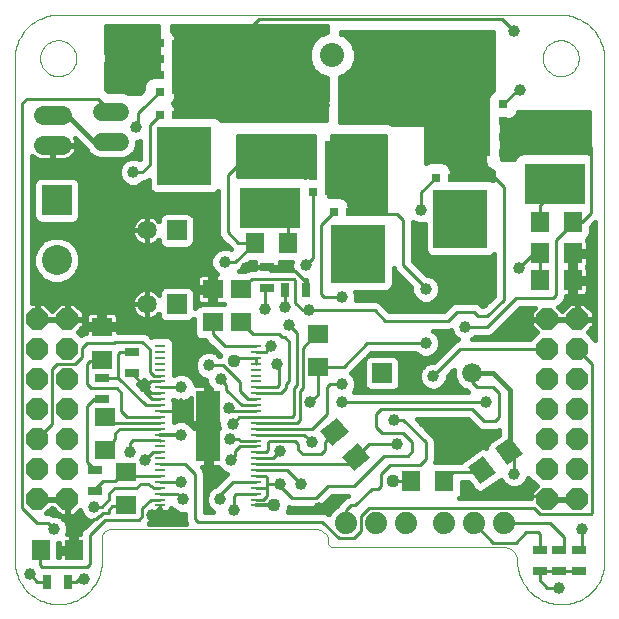
<source format=gtl>
G75*
G70*
%OFA0B0*%
%FSLAX24Y24*%
%IPPOS*%
%LPD*%
%AMOC8*
5,1,8,0,0,1.08239X$1,22.5*
%
%ADD10C,0.0000*%
%ADD11C,0.0600*%
%ADD12R,0.1000X0.1000*%
%ADD13C,0.1000*%
%ADD14R,0.0315X0.0472*%
%ADD15R,0.0709X0.0630*%
%ADD16R,0.0630X0.0709*%
%ADD17R,0.0472X0.0315*%
%ADD18C,0.0660*%
%ADD19R,0.0650X0.0650*%
%ADD20OC8,0.0740*%
%ADD21C,0.0634*%
%ADD22R,0.0354X0.0098*%
%ADD23R,0.0800X0.2362*%
%ADD24R,0.0555X0.0555*%
%ADD25R,0.1797X0.1969*%
%ADD26R,0.0276X0.0315*%
%ADD27C,0.0437*%
%ADD28R,0.1969X0.1797*%
%ADD29R,0.0315X0.0276*%
%ADD30C,0.0650*%
%ADD31R,0.2000X0.1380*%
%ADD32C,0.0555*%
%ADD33C,0.0740*%
%ADD34R,0.0800X0.0800*%
%ADD35C,0.0800*%
%ADD36C,0.0160*%
%ADD37C,0.0100*%
%ADD38C,0.0397*%
%ADD39C,0.0120*%
%ADD40C,0.0436*%
D10*
X002494Y001950D02*
X002494Y018700D01*
X003344Y018700D02*
X003346Y018749D01*
X003352Y018797D01*
X003362Y018845D01*
X003376Y018892D01*
X003393Y018938D01*
X003414Y018982D01*
X003439Y019024D01*
X003467Y019064D01*
X003499Y019102D01*
X003533Y019137D01*
X003570Y019169D01*
X003609Y019198D01*
X003651Y019224D01*
X003695Y019246D01*
X003740Y019264D01*
X003787Y019279D01*
X003834Y019290D01*
X003883Y019297D01*
X003932Y019300D01*
X003981Y019299D01*
X004029Y019294D01*
X004078Y019285D01*
X004125Y019272D01*
X004171Y019255D01*
X004215Y019235D01*
X004258Y019211D01*
X004299Y019184D01*
X004337Y019153D01*
X004373Y019120D01*
X004405Y019084D01*
X004435Y019045D01*
X004462Y019004D01*
X004485Y018960D01*
X004504Y018915D01*
X004520Y018869D01*
X004532Y018822D01*
X004540Y018773D01*
X004544Y018724D01*
X004544Y018676D01*
X004540Y018627D01*
X004532Y018578D01*
X004520Y018531D01*
X004504Y018485D01*
X004485Y018440D01*
X004462Y018396D01*
X004435Y018355D01*
X004405Y018316D01*
X004373Y018280D01*
X004337Y018247D01*
X004299Y018216D01*
X004258Y018189D01*
X004215Y018165D01*
X004171Y018145D01*
X004125Y018128D01*
X004078Y018115D01*
X004029Y018106D01*
X003981Y018101D01*
X003932Y018100D01*
X003883Y018103D01*
X003834Y018110D01*
X003787Y018121D01*
X003740Y018136D01*
X003695Y018154D01*
X003651Y018176D01*
X003609Y018202D01*
X003570Y018231D01*
X003533Y018263D01*
X003499Y018298D01*
X003467Y018336D01*
X003439Y018376D01*
X003414Y018418D01*
X003393Y018462D01*
X003376Y018508D01*
X003362Y018555D01*
X003352Y018603D01*
X003346Y018651D01*
X003344Y018700D01*
X002494Y018700D02*
X002496Y018776D01*
X002502Y018852D01*
X002512Y018927D01*
X002526Y019001D01*
X002543Y019075D01*
X002565Y019148D01*
X002590Y019220D01*
X002619Y019290D01*
X002652Y019358D01*
X002688Y019425D01*
X002728Y019490D01*
X002771Y019552D01*
X002817Y019613D01*
X002866Y019670D01*
X002919Y019725D01*
X002974Y019778D01*
X003031Y019827D01*
X003092Y019873D01*
X003154Y019916D01*
X003219Y019956D01*
X003286Y019992D01*
X003354Y020025D01*
X003424Y020054D01*
X003496Y020079D01*
X003569Y020101D01*
X003643Y020118D01*
X003717Y020132D01*
X003792Y020142D01*
X003868Y020148D01*
X003944Y020150D01*
X020694Y020150D01*
X020094Y018700D02*
X020096Y018749D01*
X020102Y018797D01*
X020112Y018845D01*
X020126Y018892D01*
X020143Y018938D01*
X020164Y018982D01*
X020189Y019024D01*
X020217Y019064D01*
X020249Y019102D01*
X020283Y019137D01*
X020320Y019169D01*
X020359Y019198D01*
X020401Y019224D01*
X020445Y019246D01*
X020490Y019264D01*
X020537Y019279D01*
X020584Y019290D01*
X020633Y019297D01*
X020682Y019300D01*
X020731Y019299D01*
X020779Y019294D01*
X020828Y019285D01*
X020875Y019272D01*
X020921Y019255D01*
X020965Y019235D01*
X021008Y019211D01*
X021049Y019184D01*
X021087Y019153D01*
X021123Y019120D01*
X021155Y019084D01*
X021185Y019045D01*
X021212Y019004D01*
X021235Y018960D01*
X021254Y018915D01*
X021270Y018869D01*
X021282Y018822D01*
X021290Y018773D01*
X021294Y018724D01*
X021294Y018676D01*
X021290Y018627D01*
X021282Y018578D01*
X021270Y018531D01*
X021254Y018485D01*
X021235Y018440D01*
X021212Y018396D01*
X021185Y018355D01*
X021155Y018316D01*
X021123Y018280D01*
X021087Y018247D01*
X021049Y018216D01*
X021008Y018189D01*
X020965Y018165D01*
X020921Y018145D01*
X020875Y018128D01*
X020828Y018115D01*
X020779Y018106D01*
X020731Y018101D01*
X020682Y018100D01*
X020633Y018103D01*
X020584Y018110D01*
X020537Y018121D01*
X020490Y018136D01*
X020445Y018154D01*
X020401Y018176D01*
X020359Y018202D01*
X020320Y018231D01*
X020283Y018263D01*
X020249Y018298D01*
X020217Y018336D01*
X020189Y018376D01*
X020164Y018418D01*
X020143Y018462D01*
X020126Y018508D01*
X020112Y018555D01*
X020102Y018603D01*
X020096Y018651D01*
X020094Y018700D01*
X020694Y020150D02*
X020770Y020148D01*
X020846Y020142D01*
X020921Y020132D01*
X020995Y020118D01*
X021069Y020101D01*
X021142Y020079D01*
X021214Y020054D01*
X021284Y020025D01*
X021352Y019992D01*
X021419Y019956D01*
X021484Y019916D01*
X021546Y019873D01*
X021607Y019827D01*
X021664Y019778D01*
X021719Y019725D01*
X021772Y019670D01*
X021821Y019613D01*
X021867Y019552D01*
X021910Y019490D01*
X021950Y019425D01*
X021986Y019358D01*
X022019Y019290D01*
X022048Y019220D01*
X022073Y019148D01*
X022095Y019075D01*
X022112Y019001D01*
X022126Y018927D01*
X022136Y018852D01*
X022142Y018776D01*
X022144Y018700D01*
X022144Y001900D01*
X022142Y001827D01*
X022136Y001754D01*
X022127Y001681D01*
X022113Y001609D01*
X022096Y001538D01*
X022075Y001467D01*
X022051Y001398D01*
X022023Y001331D01*
X021991Y001264D01*
X021956Y001200D01*
X021918Y001138D01*
X021877Y001077D01*
X021832Y001019D01*
X021784Y000963D01*
X021734Y000910D01*
X021681Y000860D01*
X021625Y000812D01*
X021567Y000767D01*
X021506Y000726D01*
X021444Y000688D01*
X021380Y000653D01*
X021313Y000621D01*
X021246Y000593D01*
X021177Y000569D01*
X021106Y000548D01*
X021035Y000531D01*
X020963Y000517D01*
X020890Y000508D01*
X020817Y000502D01*
X020744Y000500D01*
X020694Y000500D01*
X020618Y000502D01*
X020542Y000508D01*
X020467Y000518D01*
X020393Y000532D01*
X020319Y000549D01*
X020246Y000571D01*
X020174Y000596D01*
X020104Y000625D01*
X020036Y000658D01*
X019969Y000694D01*
X019904Y000734D01*
X019842Y000777D01*
X019781Y000823D01*
X019724Y000872D01*
X019669Y000925D01*
X019616Y000980D01*
X019567Y001037D01*
X019521Y001098D01*
X019478Y001160D01*
X019438Y001225D01*
X019402Y001292D01*
X019369Y001360D01*
X019340Y001430D01*
X019315Y001502D01*
X019293Y001575D01*
X019276Y001649D01*
X019262Y001723D01*
X019252Y001798D01*
X019246Y001874D01*
X019244Y001950D01*
X019242Y001992D01*
X019236Y002033D01*
X019227Y002073D01*
X019214Y002113D01*
X019197Y002151D01*
X019177Y002187D01*
X019153Y002221D01*
X019127Y002253D01*
X019097Y002283D01*
X019065Y002309D01*
X019031Y002333D01*
X018995Y002353D01*
X018957Y002370D01*
X018917Y002383D01*
X018877Y002392D01*
X018836Y002398D01*
X018794Y002400D01*
X013094Y002400D01*
X013071Y002402D01*
X013048Y002407D01*
X013026Y002416D01*
X013006Y002429D01*
X012988Y002444D01*
X012973Y002462D01*
X012960Y002482D01*
X012951Y002504D01*
X012946Y002527D01*
X012944Y002550D01*
X012944Y002650D01*
X012936Y002689D01*
X012923Y002727D01*
X012908Y002764D01*
X012889Y002799D01*
X012866Y002832D01*
X012841Y002863D01*
X012813Y002891D01*
X012783Y002917D01*
X012750Y002940D01*
X012715Y002960D01*
X012679Y002976D01*
X012641Y002989D01*
X012603Y002999D01*
X012563Y003005D01*
X012523Y003007D01*
X012483Y003006D01*
X012444Y003000D01*
X005694Y003000D01*
X005660Y002998D01*
X005627Y002992D01*
X005595Y002983D01*
X005564Y002970D01*
X005534Y002954D01*
X005507Y002935D01*
X005482Y002912D01*
X005459Y002887D01*
X005440Y002860D01*
X005424Y002830D01*
X005411Y002799D01*
X005402Y002767D01*
X005396Y002734D01*
X005394Y002700D01*
X005394Y001940D01*
X005392Y001865D01*
X005386Y001789D01*
X005376Y001715D01*
X005363Y001641D01*
X005345Y001567D01*
X005324Y001495D01*
X005298Y001424D01*
X005270Y001354D01*
X005237Y001286D01*
X005201Y001220D01*
X005162Y001156D01*
X005119Y001094D01*
X005073Y001034D01*
X005024Y000976D01*
X004972Y000922D01*
X004918Y000870D01*
X004860Y000821D01*
X004800Y000775D01*
X004738Y000732D01*
X004674Y000693D01*
X004608Y000657D01*
X004540Y000624D01*
X004470Y000596D01*
X004399Y000570D01*
X004327Y000549D01*
X004253Y000531D01*
X004179Y000518D01*
X004105Y000508D01*
X004029Y000502D01*
X003954Y000500D01*
X003944Y000500D01*
X003868Y000502D01*
X003792Y000508D01*
X003717Y000518D01*
X003643Y000532D01*
X003569Y000549D01*
X003496Y000571D01*
X003424Y000596D01*
X003354Y000625D01*
X003286Y000658D01*
X003219Y000694D01*
X003154Y000734D01*
X003092Y000777D01*
X003031Y000823D01*
X002974Y000872D01*
X002919Y000925D01*
X002866Y000980D01*
X002817Y001037D01*
X002771Y001098D01*
X002728Y001160D01*
X002688Y001225D01*
X002652Y001292D01*
X002619Y001360D01*
X002590Y001430D01*
X002565Y001502D01*
X002543Y001575D01*
X002526Y001649D01*
X002512Y001723D01*
X002502Y001798D01*
X002496Y001874D01*
X002494Y001950D01*
D11*
X005404Y015920D02*
X006004Y015920D01*
X006004Y016920D02*
X005404Y016920D01*
D12*
X003894Y013970D03*
D13*
X003894Y011970D03*
D14*
X011510Y010980D03*
X012219Y010980D03*
X004272Y001255D03*
X003563Y001255D03*
D15*
X006194Y003799D03*
X006194Y004901D03*
X005494Y005649D03*
X005494Y006751D03*
X005394Y008649D03*
X005394Y009751D03*
X009094Y009899D03*
X010034Y009899D03*
X010034Y011001D03*
X009094Y011001D03*
X012605Y009513D03*
X012605Y008411D03*
D16*
G36*
X013085Y005781D02*
X012680Y006262D01*
X013221Y006717D01*
X013626Y006236D01*
X013085Y005781D01*
G37*
G36*
X013794Y004936D02*
X013389Y005417D01*
X013930Y005872D01*
X014335Y005391D01*
X013794Y004936D01*
G37*
X015715Y004595D03*
X016817Y004595D03*
G36*
X018520Y004870D02*
X018005Y004509D01*
X017598Y005088D01*
X018113Y005449D01*
X018520Y004870D01*
G37*
G36*
X019423Y005503D02*
X018908Y005142D01*
X018501Y005721D01*
X019016Y006082D01*
X019423Y005503D01*
G37*
X019993Y011300D03*
X019993Y012200D03*
X019993Y013250D03*
X021095Y013250D03*
X021095Y012200D03*
X021095Y011300D03*
X011595Y012550D03*
X010493Y012550D03*
X004455Y002300D03*
X003353Y002300D03*
D17*
X005184Y004266D03*
X005184Y004974D03*
X005394Y007346D03*
X005394Y008054D03*
X006394Y008196D03*
X006394Y008904D03*
X010914Y011026D03*
X010914Y011734D03*
X019994Y002304D03*
X020644Y002304D03*
X021294Y002304D03*
X021294Y001596D03*
X020644Y001596D03*
X019994Y001596D03*
D18*
X017744Y008200D03*
D19*
X014744Y008200D03*
X007894Y010500D03*
X007894Y012961D03*
D20*
X004244Y010000D03*
X003244Y010000D03*
X003244Y009000D03*
X003244Y008000D03*
X003244Y007000D03*
X003244Y006000D03*
X003244Y005000D03*
X003244Y004000D03*
X004244Y004000D03*
X004244Y005000D03*
X004244Y006000D03*
X004244Y007000D03*
X004244Y008000D03*
X004244Y009000D03*
X020244Y009000D03*
X020244Y008000D03*
X020244Y007000D03*
X020244Y006000D03*
X020244Y005000D03*
X020244Y004000D03*
X021244Y004000D03*
X021244Y005000D03*
X021244Y006000D03*
X021244Y007000D03*
X021244Y008000D03*
X021244Y009000D03*
X021244Y010000D03*
X020244Y010000D03*
D21*
X004061Y015800D02*
X003427Y015800D01*
X003427Y016800D02*
X004061Y016800D01*
D22*
X007350Y009107D03*
X007350Y008911D03*
X007350Y008714D03*
X007350Y008517D03*
X007350Y008320D03*
X007350Y008123D03*
X007350Y007926D03*
X007350Y007730D03*
X007350Y007533D03*
X007350Y007336D03*
X007350Y007139D03*
X007350Y006942D03*
X007350Y006745D03*
X007350Y006548D03*
X007350Y006352D03*
X007350Y006155D03*
X007350Y005958D03*
X007350Y005761D03*
X007350Y005564D03*
X007350Y005367D03*
X007350Y005170D03*
X007350Y004974D03*
X007350Y004777D03*
X007350Y004580D03*
X007350Y004383D03*
X007350Y004186D03*
X007350Y003989D03*
X007350Y003793D03*
X010539Y003793D03*
X010539Y003989D03*
X010539Y004186D03*
X010539Y004383D03*
X010539Y004580D03*
X010539Y004777D03*
X010539Y004974D03*
X010539Y005170D03*
X010539Y005367D03*
X010539Y005564D03*
X010539Y005761D03*
X010539Y005958D03*
X010539Y006155D03*
X010539Y006352D03*
X010539Y006548D03*
X010539Y006745D03*
X010539Y006942D03*
X010539Y007139D03*
X010539Y007336D03*
X010539Y007533D03*
X010539Y007730D03*
X010539Y007926D03*
X010539Y008123D03*
X010539Y008320D03*
X010539Y008517D03*
X010539Y008714D03*
X010539Y008911D03*
X010539Y009107D03*
D23*
X008944Y006450D03*
D24*
X008944Y006450D03*
X008944Y005700D03*
X008944Y007200D03*
D25*
X013944Y012176D03*
X017344Y013326D03*
X008144Y015426D03*
D26*
X007875Y016822D03*
X008414Y016822D03*
X008953Y016822D03*
X007335Y016822D03*
X013135Y013572D03*
X013675Y013572D03*
X014214Y013572D03*
X014753Y013572D03*
X016535Y014722D03*
X017075Y014722D03*
X017614Y014722D03*
X018153Y014722D03*
D27*
X017956Y014031D03*
X017344Y014031D03*
X016733Y014031D03*
X016733Y013359D03*
X017344Y013359D03*
X017344Y012686D03*
X016733Y012686D03*
X017956Y012686D03*
X017956Y013359D03*
X018075Y015738D03*
X018075Y016350D03*
X018075Y016962D03*
X017403Y016962D03*
X016731Y016962D03*
X016731Y016350D03*
X016731Y015738D03*
X017403Y015738D03*
X017403Y016350D03*
X014458Y015662D03*
X013786Y015662D03*
X013786Y015050D03*
X013786Y014438D03*
X014458Y014438D03*
X014458Y015050D03*
X013113Y015050D03*
X013113Y014438D03*
X013113Y015662D03*
X013333Y012881D03*
X013944Y012881D03*
X014556Y012881D03*
X014556Y012209D03*
X013944Y012209D03*
X013333Y012209D03*
X013333Y011536D03*
X013944Y011536D03*
X014556Y011536D03*
X008756Y014786D03*
X008144Y014786D03*
X007533Y014786D03*
X007533Y015459D03*
X007533Y016131D03*
X008144Y016131D03*
X008756Y016131D03*
X008756Y015459D03*
X008144Y015459D03*
X008013Y017788D03*
X008013Y018400D03*
X008013Y019012D03*
X008686Y019012D03*
X008686Y018400D03*
X008686Y017788D03*
X009358Y017788D03*
X009358Y018400D03*
X009358Y019012D03*
D28*
X008718Y018400D03*
X013818Y015050D03*
X017371Y016350D03*
D29*
X018766Y016080D03*
X018766Y015541D03*
X018766Y016620D03*
X018766Y017159D03*
X012422Y015859D03*
X012422Y015320D03*
X012422Y014780D03*
X012422Y014241D03*
X007322Y017591D03*
X007322Y018130D03*
X007322Y018670D03*
X007322Y019209D03*
D30*
X006894Y012961D03*
X006894Y010500D03*
D31*
X010994Y013710D03*
X010994Y015340D03*
X020494Y016140D03*
X020494Y014510D03*
D32*
X020494Y014200D03*
X021124Y014190D03*
X021124Y014850D03*
X020494Y014850D03*
X019844Y014850D03*
X019844Y014200D03*
X019844Y015750D03*
X019844Y016400D03*
X020494Y016400D03*
X020494Y015750D03*
X021144Y015750D03*
X021144Y016400D03*
X011644Y015600D03*
X011644Y014950D03*
X010994Y014950D03*
X010344Y014950D03*
X010344Y015600D03*
X010994Y015600D03*
X010994Y014050D03*
X010344Y014050D03*
X010344Y013400D03*
X010994Y013400D03*
X011624Y013390D03*
X011624Y014050D03*
D33*
X013544Y003200D03*
X014544Y003200D03*
X015544Y003200D03*
X016794Y003200D03*
X017794Y003200D03*
X018794Y003200D03*
D34*
X015044Y018800D03*
D35*
X013076Y018800D03*
X011107Y018800D03*
D36*
X012296Y018728D02*
X007860Y018728D01*
X007860Y018883D02*
X007836Y018939D01*
X007860Y018996D01*
X007860Y019422D01*
X007802Y019562D01*
X007743Y019621D01*
X007744Y019770D01*
X012894Y019770D01*
X012893Y019569D01*
X012634Y019461D01*
X012415Y019242D01*
X012296Y018955D01*
X012296Y018645D01*
X012415Y018358D01*
X012634Y018139D01*
X012889Y018033D01*
X012884Y016630D01*
X009361Y016630D01*
X009258Y016733D01*
X009119Y016791D01*
X007853Y016791D01*
X007853Y017055D01*
X007795Y017195D01*
X007777Y017213D01*
X007802Y017238D01*
X007860Y017378D01*
X007860Y017804D01*
X007836Y017861D01*
X007860Y017917D01*
X007860Y018344D01*
X007836Y018400D01*
X007860Y018456D01*
X007860Y018883D01*
X007859Y018886D02*
X012296Y018886D01*
X012333Y019045D02*
X007860Y019045D01*
X007860Y019203D02*
X012398Y019203D01*
X012534Y019362D02*
X007860Y019362D01*
X007819Y019520D02*
X012776Y019520D01*
X012893Y019679D02*
X007743Y019679D01*
X007283Y019679D02*
X005544Y019679D01*
X005544Y019770D02*
X005544Y018932D01*
X005579Y018700D01*
X005544Y018468D01*
X005544Y017688D01*
X005632Y017600D01*
X006140Y017600D01*
X006260Y017550D01*
X006673Y017550D01*
X006785Y017662D01*
X006785Y017804D01*
X006843Y017944D01*
X006950Y018051D01*
X007089Y018109D01*
X007279Y018109D01*
X007284Y019770D01*
X005544Y019770D01*
X005544Y019520D02*
X007283Y019520D01*
X007283Y019362D02*
X005544Y019362D01*
X005544Y019203D02*
X007282Y019203D01*
X007282Y019045D02*
X005544Y019045D01*
X005551Y018886D02*
X007281Y018886D01*
X007281Y018728D02*
X005575Y018728D01*
X005560Y018569D02*
X007280Y018569D01*
X007280Y018411D02*
X005544Y018411D01*
X005544Y018252D02*
X007279Y018252D01*
X007052Y018094D02*
X005544Y018094D01*
X005544Y017935D02*
X006839Y017935D01*
X006785Y017777D02*
X005544Y017777D01*
X005614Y017618D02*
X006741Y017618D01*
X007860Y017618D02*
X012887Y017618D01*
X012887Y017460D02*
X007860Y017460D01*
X007828Y017301D02*
X012886Y017301D01*
X012886Y017143D02*
X007817Y017143D01*
X007853Y016984D02*
X012885Y016984D01*
X012885Y016826D02*
X007853Y016826D01*
X007860Y017777D02*
X012888Y017777D01*
X012888Y017935D02*
X007860Y017935D01*
X007860Y018094D02*
X012743Y018094D01*
X012521Y018252D02*
X007860Y018252D01*
X007841Y018411D02*
X012393Y018411D01*
X012327Y018569D02*
X007860Y018569D01*
X009324Y016667D02*
X012884Y016667D01*
X013344Y016667D02*
X018134Y016667D01*
X018134Y016509D02*
X015060Y016509D01*
X015081Y016500D02*
X014936Y016560D01*
X013344Y016560D01*
X013344Y016629D01*
X013349Y018069D01*
X013518Y018139D01*
X013737Y018358D01*
X013856Y018645D01*
X013856Y018955D01*
X013737Y019242D01*
X013518Y019461D01*
X013353Y019529D01*
X013353Y019570D01*
X018444Y019570D01*
X018444Y017640D01*
X018394Y017619D01*
X018287Y017512D01*
X018229Y017372D01*
X018229Y017185D01*
X018204Y017161D01*
X018134Y016991D01*
X018134Y015258D01*
X018204Y015089D01*
X018334Y014960D01*
X018444Y014914D01*
X018444Y014639D01*
X018319Y014691D01*
X017053Y014691D01*
X017053Y014955D01*
X016995Y015095D01*
X016888Y015202D01*
X016749Y015260D01*
X016322Y015260D01*
X016194Y015207D01*
X016194Y016500D01*
X015081Y016500D01*
X014844Y016100D02*
X013055Y016100D01*
X013149Y014605D01*
X013154Y014591D01*
X013154Y014514D01*
X013159Y014437D01*
X013154Y014423D01*
X013154Y014408D01*
X013125Y014337D01*
X013100Y014264D01*
X013090Y014253D01*
X013084Y014239D01*
X013030Y014185D01*
X012979Y014127D01*
X012965Y014121D01*
X012960Y014115D01*
X012960Y014110D01*
X013349Y014110D01*
X013488Y014052D01*
X013595Y013945D01*
X013653Y013805D01*
X013653Y013541D01*
X014844Y013541D01*
X014844Y016100D01*
X014844Y016033D02*
X013059Y016033D01*
X013069Y015875D02*
X014844Y015875D01*
X014844Y015716D02*
X013079Y015716D01*
X013089Y015558D02*
X014844Y015558D01*
X014844Y015399D02*
X013099Y015399D01*
X013109Y015241D02*
X014844Y015241D01*
X014844Y015082D02*
X013119Y015082D01*
X013129Y014924D02*
X014844Y014924D01*
X014844Y014765D02*
X013139Y014765D01*
X013149Y014607D02*
X014844Y014607D01*
X014844Y014448D02*
X013158Y014448D01*
X013108Y014290D02*
X014844Y014290D01*
X014844Y014131D02*
X012982Y014131D01*
X013567Y013973D02*
X014844Y013973D01*
X014844Y013814D02*
X013649Y013814D01*
X013653Y013656D02*
X014844Y013656D01*
X015774Y013244D02*
X015949Y013172D01*
X016139Y013172D01*
X016166Y013182D01*
X016166Y012286D01*
X016208Y012184D01*
X016287Y012105D01*
X016390Y012062D01*
X018299Y012062D01*
X018402Y012105D01*
X018464Y012168D01*
X018464Y010787D01*
X018108Y010430D01*
X018081Y010430D01*
X017981Y010530D01*
X017860Y010580D01*
X017179Y010580D01*
X017057Y010530D01*
X016965Y010437D01*
X016808Y010280D01*
X014981Y010280D01*
X014681Y010580D01*
X014560Y010630D01*
X013862Y010630D01*
X013873Y010655D01*
X013873Y010845D01*
X013845Y010912D01*
X014899Y010912D01*
X015002Y010955D01*
X015080Y011034D01*
X015123Y011136D01*
X015123Y011714D01*
X015165Y011613D01*
X015257Y011520D01*
X015716Y011062D01*
X015716Y010905D01*
X015789Y010729D01*
X015923Y010594D01*
X016099Y010522D01*
X016289Y010522D01*
X016465Y010594D01*
X016600Y010729D01*
X016673Y010905D01*
X016673Y011095D01*
X016600Y011271D01*
X016465Y011406D01*
X016289Y011478D01*
X016233Y011478D01*
X015774Y011937D01*
X015774Y013244D01*
X015774Y013180D02*
X015929Y013180D01*
X015774Y013022D02*
X016166Y013022D01*
X016160Y013180D02*
X016166Y013180D01*
X016166Y012863D02*
X015774Y012863D01*
X015774Y012705D02*
X016166Y012705D01*
X016166Y012546D02*
X015774Y012546D01*
X015774Y012388D02*
X016166Y012388D01*
X016189Y012229D02*
X015774Y012229D01*
X015774Y012071D02*
X016370Y012071D01*
X015957Y011754D02*
X018464Y011754D01*
X018464Y011912D02*
X015799Y011912D01*
X016116Y011595D02*
X018464Y011595D01*
X018464Y011437D02*
X016391Y011437D01*
X016593Y011278D02*
X018464Y011278D01*
X018464Y011120D02*
X016663Y011120D01*
X016673Y010961D02*
X018464Y010961D01*
X018464Y010803D02*
X016630Y010803D01*
X016515Y010644D02*
X018322Y010644D01*
X018163Y010486D02*
X018025Y010486D01*
X018813Y009852D02*
X019694Y009852D01*
X019694Y009772D02*
X019694Y009980D01*
X020224Y009980D01*
X020224Y010020D01*
X019694Y010020D01*
X019694Y010228D01*
X019836Y010370D01*
X019331Y010370D01*
X018431Y009470D01*
X018310Y009420D01*
X017841Y009420D01*
X017765Y009344D01*
X017731Y009330D01*
X019655Y009330D01*
X019896Y009571D01*
X019694Y009772D01*
X019773Y009693D02*
X018654Y009693D01*
X018496Y009535D02*
X019860Y009535D01*
X019701Y009376D02*
X017797Y009376D01*
X017268Y009326D02*
X017157Y009280D01*
X016456Y008578D01*
X016349Y008578D01*
X016173Y008506D01*
X016039Y008371D01*
X015966Y008195D01*
X015966Y008005D01*
X016039Y007829D01*
X016173Y007694D01*
X016349Y007622D01*
X016539Y007622D01*
X016715Y007694D01*
X016850Y007829D01*
X016923Y008005D01*
X016923Y008112D01*
X017136Y008325D01*
X017134Y008321D01*
X017134Y008079D01*
X017227Y007854D01*
X017399Y007683D01*
X017563Y007615D01*
X017598Y007580D01*
X013800Y007580D01*
X013873Y007755D01*
X013873Y007945D01*
X013800Y008121D01*
X013716Y008205D01*
X014173Y008662D01*
X014139Y008581D01*
X014139Y007819D01*
X014182Y007716D01*
X014261Y007638D01*
X014364Y007595D01*
X015125Y007595D01*
X015228Y007638D01*
X015307Y007716D01*
X015349Y007819D01*
X015349Y008581D01*
X015307Y008684D01*
X015228Y008762D01*
X015125Y008805D01*
X014364Y008805D01*
X014282Y008771D01*
X014381Y008870D01*
X015848Y008870D01*
X015923Y008794D01*
X016099Y008722D01*
X016289Y008722D01*
X016465Y008794D01*
X016600Y008929D01*
X016673Y009105D01*
X016673Y009295D01*
X016600Y009471D01*
X016465Y009606D01*
X016431Y009620D01*
X017010Y009620D01*
X017027Y009627D01*
X017089Y009479D01*
X017223Y009344D01*
X017268Y009326D01*
X017192Y009376D02*
X016639Y009376D01*
X016673Y009218D02*
X017095Y009218D01*
X016937Y009059D02*
X016654Y009059D01*
X016571Y008901D02*
X016778Y008901D01*
X016620Y008742D02*
X016339Y008742D01*
X016461Y008584D02*
X015348Y008584D01*
X015349Y008425D02*
X016093Y008425D01*
X015995Y008267D02*
X015349Y008267D01*
X015349Y008108D02*
X015966Y008108D01*
X015989Y007950D02*
X015349Y007950D01*
X015338Y007791D02*
X016077Y007791D01*
X016323Y007633D02*
X015216Y007633D01*
X014273Y007633D02*
X013822Y007633D01*
X013873Y007791D02*
X014151Y007791D01*
X014139Y007950D02*
X013871Y007950D01*
X013805Y008108D02*
X014139Y008108D01*
X014139Y008267D02*
X013778Y008267D01*
X013936Y008425D02*
X014139Y008425D01*
X014140Y008584D02*
X014095Y008584D01*
X015248Y008742D02*
X016050Y008742D01*
X016536Y009535D02*
X017066Y009535D01*
X016855Y010327D02*
X014934Y010327D01*
X014775Y010486D02*
X017013Y010486D01*
X015874Y010644D02*
X013868Y010644D01*
X013873Y010803D02*
X015758Y010803D01*
X015716Y010961D02*
X015008Y010961D01*
X015116Y011120D02*
X015658Y011120D01*
X015500Y011278D02*
X015123Y011278D01*
X015123Y011437D02*
X015341Y011437D01*
X015183Y011595D02*
X015123Y011595D01*
X012219Y011322D02*
X012219Y010980D01*
X012219Y010980D01*
X012219Y011322D01*
X012219Y011322D01*
X012219Y011278D02*
X012219Y011278D01*
X012219Y011120D02*
X012219Y011120D01*
X011726Y011680D02*
X011331Y011680D01*
X011331Y011734D01*
X010914Y011734D01*
X010498Y011734D01*
X010498Y011680D01*
X010329Y011680D01*
X010207Y011630D01*
X010174Y011596D01*
X009972Y011596D01*
X010030Y011620D01*
X010325Y011916D01*
X010498Y011916D01*
X010498Y011916D01*
X010498Y011734D01*
X010914Y011734D01*
X010914Y011734D01*
X010914Y011734D01*
X011331Y011734D01*
X011331Y011916D01*
X011330Y011916D02*
X011724Y011916D01*
X011716Y011895D01*
X011716Y011705D01*
X011726Y011680D01*
X011716Y011754D02*
X011331Y011754D01*
X011331Y011912D02*
X011723Y011912D01*
X011331Y011916D02*
X011330Y011916D01*
X010498Y011912D02*
X010322Y011912D01*
X010163Y011754D02*
X010498Y011754D01*
X009691Y012336D02*
X009589Y012378D01*
X009399Y012378D01*
X009223Y012306D01*
X009089Y012171D01*
X009016Y011995D01*
X009016Y011805D01*
X009089Y011629D01*
X009222Y011496D01*
X009172Y011496D01*
X009172Y011079D01*
X009017Y011079D01*
X009017Y011496D01*
X008716Y011496D01*
X008671Y011484D01*
X008629Y011460D01*
X008596Y011427D01*
X008572Y011386D01*
X008560Y011340D01*
X008560Y011079D01*
X009017Y011079D01*
X009017Y010924D01*
X008560Y010924D01*
X008560Y010663D01*
X008572Y010617D01*
X008596Y010576D01*
X008629Y010542D01*
X008671Y010518D01*
X008716Y010506D01*
X009017Y010506D01*
X009017Y010924D01*
X009172Y010924D01*
X009172Y010506D01*
X009464Y010506D01*
X009476Y010494D01*
X008684Y010494D01*
X008581Y010451D01*
X008503Y010372D01*
X008499Y010364D01*
X008499Y010881D01*
X008457Y010984D01*
X008378Y011062D01*
X008275Y011105D01*
X007514Y011105D01*
X007411Y011062D01*
X007332Y010984D01*
X007289Y010881D01*
X007289Y010815D01*
X007280Y010829D01*
X007223Y010885D01*
X007159Y010932D01*
X007088Y010968D01*
X007013Y010993D01*
X006934Y011005D01*
X006894Y011005D01*
X006855Y011005D01*
X006776Y010993D01*
X006700Y010968D01*
X006630Y010932D01*
X006565Y010885D01*
X006509Y010829D01*
X006462Y010765D01*
X006426Y010694D01*
X006402Y010618D01*
X006389Y010540D01*
X006389Y010500D01*
X006389Y010460D01*
X006402Y010382D01*
X006426Y010306D01*
X006462Y010235D01*
X006509Y010171D01*
X006565Y010115D01*
X006630Y010068D01*
X006700Y010032D01*
X006776Y010007D01*
X006855Y009995D01*
X006894Y009995D01*
X006894Y010500D01*
X006389Y010500D01*
X006894Y010500D01*
X006894Y010500D01*
X006894Y010500D01*
X006894Y011005D01*
X006894Y010500D01*
X006894Y010500D01*
X006894Y009995D01*
X006934Y009995D01*
X007013Y010007D01*
X007088Y010032D01*
X007159Y010068D01*
X007223Y010115D01*
X007280Y010171D01*
X007289Y010185D01*
X007289Y010119D01*
X007332Y010016D01*
X007411Y009938D01*
X007514Y009895D01*
X008275Y009895D01*
X008378Y009938D01*
X008457Y010016D01*
X008460Y010024D01*
X008460Y009528D01*
X008503Y009425D01*
X008581Y009346D01*
X008684Y009304D01*
X008824Y009304D01*
X008907Y009220D01*
X009300Y008828D01*
X009342Y008810D01*
X009334Y008790D01*
X009311Y008790D01*
X009235Y008866D01*
X009059Y008938D01*
X008869Y008938D01*
X008693Y008866D01*
X008559Y008731D01*
X008486Y008555D01*
X008486Y008365D01*
X008559Y008189D01*
X008693Y008054D01*
X008869Y007982D01*
X008876Y007982D01*
X008876Y007925D01*
X008949Y007749D01*
X009024Y007673D01*
X009024Y006530D01*
X008864Y006530D01*
X008864Y006370D01*
X008471Y006370D01*
X008450Y006421D01*
X008315Y006556D01*
X008139Y006628D01*
X007949Y006628D01*
X007807Y006570D01*
X007807Y006653D01*
X007807Y006850D01*
X007769Y006942D01*
X007807Y007034D01*
X007807Y007244D01*
X007774Y007324D01*
X007949Y007252D01*
X008139Y007252D01*
X008315Y007324D01*
X008364Y007373D01*
X008364Y006530D01*
X008864Y006530D01*
X008864Y007811D01*
X008523Y007811D01*
X008523Y007825D01*
X008450Y008001D01*
X008315Y008136D01*
X008139Y008208D01*
X007949Y008208D01*
X007807Y008150D01*
X007807Y009212D01*
X007764Y009315D01*
X007686Y009394D01*
X007583Y009437D01*
X007117Y009437D01*
X007051Y009410D01*
X007024Y009437D01*
X006931Y009530D01*
X006810Y009580D01*
X005929Y009580D01*
X005929Y009674D01*
X005472Y009674D01*
X005472Y009829D01*
X005317Y009829D01*
X005317Y010246D01*
X005016Y010246D01*
X004971Y010234D01*
X004929Y010210D01*
X004896Y010177D01*
X004872Y010136D01*
X004860Y010090D01*
X004860Y009829D01*
X005317Y009829D01*
X005317Y009674D01*
X004860Y009674D01*
X004860Y009530D01*
X004829Y009530D01*
X004707Y009480D01*
X004696Y009468D01*
X004593Y009571D01*
X004794Y009772D01*
X004794Y009980D01*
X004264Y009980D01*
X004264Y010020D01*
X004224Y010020D01*
X004224Y009980D01*
X003694Y009980D01*
X003264Y009980D01*
X003264Y010020D01*
X003224Y010020D01*
X003224Y010550D01*
X003074Y010550D01*
X003074Y015450D01*
X003104Y015421D01*
X003167Y015375D01*
X003237Y015340D01*
X003311Y015315D01*
X003388Y015303D01*
X003726Y015303D01*
X003726Y015782D01*
X003763Y015782D01*
X003763Y015818D01*
X004558Y015818D01*
X004558Y015839D01*
X004546Y015916D01*
X004522Y015991D01*
X004498Y016037D01*
X004839Y015696D01*
X004891Y015645D01*
X004913Y015591D01*
X005076Y015428D01*
X005289Y015340D01*
X006120Y015340D01*
X006333Y015428D01*
X006496Y015591D01*
X006584Y015805D01*
X006584Y015922D01*
X006639Y015922D01*
X006664Y015932D01*
X006664Y015327D01*
X006539Y015378D01*
X006349Y015378D01*
X006173Y015306D01*
X006039Y015171D01*
X005966Y014995D01*
X005966Y014805D01*
X006039Y014629D01*
X006173Y014494D01*
X006349Y014422D01*
X006539Y014422D01*
X006715Y014494D01*
X006791Y014570D01*
X006810Y014570D01*
X006931Y014620D01*
X006966Y014655D01*
X006966Y014386D01*
X007008Y014284D01*
X007087Y014205D01*
X007190Y014162D01*
X009099Y014162D01*
X009202Y014205D01*
X009264Y014268D01*
X009264Y012834D01*
X009315Y012713D01*
X009407Y012620D01*
X009691Y012336D01*
X009640Y012388D02*
X008352Y012388D01*
X008378Y012398D02*
X008275Y012356D01*
X007514Y012356D01*
X007411Y012398D01*
X007332Y012477D01*
X007289Y012580D01*
X007289Y012645D01*
X007280Y012632D01*
X007223Y012575D01*
X007159Y012529D01*
X007088Y012493D01*
X007013Y012468D01*
X006934Y012456D01*
X006894Y012456D01*
X006894Y012961D01*
X006894Y013466D01*
X006855Y013466D01*
X006776Y013453D01*
X006700Y013429D01*
X006630Y013393D01*
X006565Y013346D01*
X006509Y013290D01*
X006462Y013225D01*
X006426Y013154D01*
X006402Y013079D01*
X006389Y013000D01*
X006389Y012961D01*
X006894Y012961D01*
X006894Y012961D01*
X006894Y012961D01*
X006894Y013466D01*
X006934Y013466D01*
X007013Y013453D01*
X007088Y013429D01*
X007159Y013393D01*
X007223Y013346D01*
X007280Y013290D01*
X007289Y013276D01*
X007289Y013341D01*
X007332Y013444D01*
X007411Y013523D01*
X007514Y013566D01*
X008275Y013566D01*
X008378Y013523D01*
X008457Y013444D01*
X008499Y013341D01*
X008499Y012580D01*
X008457Y012477D01*
X008378Y012398D01*
X008485Y012546D02*
X009482Y012546D01*
X009323Y012705D02*
X008499Y012705D01*
X008499Y012863D02*
X009264Y012863D01*
X009264Y013022D02*
X008499Y013022D01*
X008499Y013180D02*
X009264Y013180D01*
X009264Y013339D02*
X008499Y013339D01*
X008404Y013497D02*
X009264Y013497D01*
X009264Y013656D02*
X004674Y013656D01*
X004674Y013814D02*
X009264Y013814D01*
X009264Y013973D02*
X004674Y013973D01*
X004674Y014131D02*
X009264Y014131D01*
X009944Y014780D02*
X009944Y016100D01*
X012485Y016100D01*
X012454Y016024D01*
X012454Y014759D01*
X012189Y014759D01*
X012155Y014745D01*
X012070Y014780D01*
X009944Y014780D01*
X009944Y014924D02*
X012454Y014924D01*
X012454Y015082D02*
X009944Y015082D01*
X009944Y015241D02*
X012454Y015241D01*
X012454Y015399D02*
X009944Y015399D01*
X009944Y015558D02*
X012454Y015558D01*
X012454Y015716D02*
X009944Y015716D01*
X009944Y015875D02*
X012454Y015875D01*
X012457Y016033D02*
X009944Y016033D01*
X012106Y014765D02*
X012454Y014765D01*
X013345Y016826D02*
X018134Y016826D01*
X018134Y016984D02*
X013345Y016984D01*
X013346Y017143D02*
X018197Y017143D01*
X018229Y017301D02*
X013346Y017301D01*
X013347Y017460D02*
X018265Y017460D01*
X018393Y017618D02*
X013347Y017618D01*
X013348Y017777D02*
X018444Y017777D01*
X018444Y017935D02*
X013348Y017935D01*
X013408Y018094D02*
X018444Y018094D01*
X018444Y018252D02*
X013631Y018252D01*
X013759Y018411D02*
X018444Y018411D01*
X018444Y018569D02*
X013824Y018569D01*
X013856Y018728D02*
X018444Y018728D01*
X018444Y018886D02*
X013856Y018886D01*
X013819Y019045D02*
X018444Y019045D01*
X018444Y019203D02*
X013753Y019203D01*
X013617Y019362D02*
X018444Y019362D01*
X018444Y019520D02*
X013376Y019520D01*
X016194Y016350D02*
X018134Y016350D01*
X018134Y016192D02*
X016194Y016192D01*
X016194Y016033D02*
X018134Y016033D01*
X018134Y015875D02*
X016194Y015875D01*
X016194Y015716D02*
X018134Y015716D01*
X018134Y015558D02*
X016194Y015558D01*
X016194Y015399D02*
X018134Y015399D01*
X018142Y015241D02*
X016795Y015241D01*
X017000Y015082D02*
X018212Y015082D01*
X018422Y014924D02*
X017053Y014924D01*
X017053Y014765D02*
X018444Y014765D01*
X018724Y015350D02*
X018735Y015376D01*
X018735Y016641D01*
X018999Y016641D01*
X019139Y016699D01*
X019246Y016806D01*
X019285Y016900D01*
X021644Y016900D01*
X021644Y015549D01*
X021570Y015580D01*
X019419Y015580D01*
X019279Y015522D01*
X019172Y015415D01*
X019145Y015350D01*
X018724Y015350D01*
X018735Y015399D02*
X019165Y015399D01*
X019364Y015558D02*
X018735Y015558D01*
X018735Y015716D02*
X021644Y015716D01*
X021644Y015558D02*
X021624Y015558D01*
X021644Y015875D02*
X018735Y015875D01*
X018735Y016033D02*
X021644Y016033D01*
X021644Y016192D02*
X018735Y016192D01*
X018735Y016350D02*
X021644Y016350D01*
X021644Y016509D02*
X018735Y016509D01*
X019062Y016667D02*
X021644Y016667D01*
X021644Y016826D02*
X019254Y016826D01*
X016276Y015241D02*
X016194Y015241D01*
X018319Y012071D02*
X018464Y012071D01*
X019288Y010327D02*
X019794Y010327D01*
X019694Y010169D02*
X019130Y010169D01*
X018971Y010010D02*
X020224Y010010D01*
X020264Y010010D02*
X021224Y010010D01*
X021224Y010020D02*
X021224Y009980D01*
X020694Y009980D01*
X020264Y009980D01*
X020264Y010020D01*
X021224Y010020D01*
X021224Y010550D01*
X021016Y010550D01*
X020744Y010278D01*
X020610Y010412D01*
X020631Y010420D01*
X020731Y010520D01*
X020824Y010613D01*
X020874Y010734D01*
X020874Y010766D01*
X021018Y010766D01*
X021018Y011223D01*
X021173Y011223D01*
X021173Y011377D01*
X021590Y011377D01*
X021590Y011678D01*
X021578Y011724D01*
X021563Y011750D01*
X021578Y011776D01*
X021590Y011822D01*
X021590Y012123D01*
X021173Y012123D01*
X021173Y012277D01*
X021590Y012277D01*
X021590Y012578D01*
X021578Y012624D01*
X021560Y012655D01*
X021569Y012658D01*
X021648Y012737D01*
X021690Y012840D01*
X021690Y013079D01*
X021844Y013233D01*
X021844Y009319D01*
X021593Y009571D01*
X021794Y009772D01*
X021794Y009980D01*
X021264Y009980D01*
X021264Y010020D01*
X021224Y010020D01*
X021264Y010020D02*
X021264Y010550D01*
X021472Y010550D01*
X021794Y010228D01*
X021794Y010020D01*
X021264Y010020D01*
X021264Y010010D02*
X021844Y010010D01*
X021844Y009852D02*
X021794Y009852D01*
X021844Y009693D02*
X021715Y009693D01*
X021629Y009535D02*
X021844Y009535D01*
X021844Y009376D02*
X021788Y009376D01*
X021794Y010169D02*
X021844Y010169D01*
X021844Y010327D02*
X021695Y010327D01*
X021844Y010486D02*
X021537Y010486D01*
X021264Y010486D02*
X021224Y010486D01*
X021224Y010327D02*
X021264Y010327D01*
X021264Y010169D02*
X021224Y010169D01*
X020952Y010486D02*
X020697Y010486D01*
X020695Y010327D02*
X020794Y010327D01*
X020837Y010644D02*
X021844Y010644D01*
X021844Y010803D02*
X021522Y010803D01*
X021521Y010802D02*
X021554Y010835D01*
X021578Y010876D01*
X021590Y010922D01*
X021590Y011223D01*
X021173Y011223D01*
X021173Y010766D01*
X021434Y010766D01*
X021480Y010778D01*
X021521Y010802D01*
X021590Y010961D02*
X021844Y010961D01*
X021844Y011120D02*
X021590Y011120D01*
X021844Y011278D02*
X021173Y011278D01*
X021173Y011377D02*
X021018Y011377D01*
X021018Y012123D01*
X021173Y012123D01*
X021173Y011834D01*
X021173Y011377D01*
X021173Y011437D02*
X021018Y011437D01*
X021018Y011595D02*
X021173Y011595D01*
X021173Y011754D02*
X021018Y011754D01*
X021018Y011912D02*
X021173Y011912D01*
X021173Y012071D02*
X021018Y012071D01*
X021173Y012229D02*
X021844Y012229D01*
X021844Y012071D02*
X021590Y012071D01*
X021590Y011912D02*
X021844Y011912D01*
X021844Y011754D02*
X021565Y011754D01*
X021590Y011595D02*
X021844Y011595D01*
X021844Y011437D02*
X021590Y011437D01*
X021173Y011120D02*
X021018Y011120D01*
X021018Y010961D02*
X021173Y010961D01*
X021173Y010803D02*
X021018Y010803D01*
X021590Y012388D02*
X021844Y012388D01*
X021844Y012546D02*
X021590Y012546D01*
X021615Y012705D02*
X021844Y012705D01*
X021844Y012863D02*
X021690Y012863D01*
X021690Y013022D02*
X021844Y013022D01*
X021844Y013180D02*
X021791Y013180D01*
X018444Y008200D02*
X017744Y008200D01*
X017520Y007633D02*
X016566Y007633D01*
X016812Y007791D02*
X017291Y007791D01*
X017188Y007950D02*
X016900Y007950D01*
X016923Y008108D02*
X017134Y008108D01*
X017134Y008267D02*
X017078Y008267D01*
X018444Y008200D02*
X018994Y007650D01*
X018994Y005650D01*
X019044Y005600D01*
X018634Y006157D02*
X018294Y005919D01*
X018234Y005825D01*
X018215Y005717D01*
X018107Y005736D01*
X017998Y005712D01*
X017391Y005286D01*
X017365Y005246D01*
X017044Y005246D01*
X017004Y005229D01*
X016501Y005229D01*
X016524Y005284D01*
X016524Y005834D01*
X016524Y005966D01*
X016474Y006087D01*
X015891Y006670D01*
X017608Y006670D01*
X017865Y006413D01*
X017957Y006320D01*
X018079Y006270D01*
X018560Y006270D01*
X018634Y006301D01*
X018634Y006157D01*
X018634Y006206D02*
X016355Y006206D01*
X016490Y006048D02*
X018478Y006048D01*
X018275Y005889D02*
X016524Y005889D01*
X016524Y005731D02*
X018084Y005731D01*
X018137Y005731D02*
X018218Y005731D01*
X017799Y005572D02*
X016524Y005572D01*
X016524Y005414D02*
X017573Y005414D01*
X017371Y005255D02*
X016512Y005255D01*
X017412Y004586D02*
X017608Y004586D01*
X017807Y004302D01*
X017900Y004242D01*
X018010Y004223D01*
X018119Y004247D01*
X018706Y004658D01*
X018739Y004579D01*
X018873Y004444D01*
X019049Y004372D01*
X019239Y004372D01*
X019415Y004444D01*
X019550Y004579D01*
X019607Y004718D01*
X019896Y004429D01*
X019694Y004228D01*
X019694Y004030D01*
X017318Y004030D01*
X017370Y004082D01*
X017412Y004184D01*
X017412Y004586D01*
X017412Y004463D02*
X017694Y004463D01*
X017805Y004304D02*
X017412Y004304D01*
X017396Y004146D02*
X019694Y004146D01*
X019771Y004304D02*
X018200Y004304D01*
X018426Y004463D02*
X018855Y004463D01*
X018721Y004621D02*
X018653Y004621D01*
X019433Y004463D02*
X019863Y004463D01*
X019704Y004621D02*
X019567Y004621D01*
X020264Y004020D02*
X021224Y004020D01*
X021224Y003980D01*
X020794Y003980D01*
X020264Y003980D01*
X020264Y004020D01*
X020264Y003987D02*
X021224Y003987D01*
X017913Y006365D02*
X016196Y006365D01*
X016038Y006523D02*
X017755Y006523D01*
X013605Y004120D02*
X013507Y004080D01*
X013415Y003987D01*
X012948Y003987D01*
X013081Y004120D02*
X012731Y003770D01*
X012610Y003720D01*
X011679Y003720D01*
X011642Y003735D01*
X011642Y003701D01*
X011592Y003580D01*
X012810Y003580D01*
X012931Y003530D01*
X012964Y003497D01*
X012993Y003568D01*
X013176Y003751D01*
X013240Y003777D01*
X013265Y003837D01*
X013357Y003930D01*
X013415Y003987D01*
X013261Y003829D02*
X012790Y003829D01*
X013095Y003670D02*
X011630Y003670D01*
X012949Y003512D02*
X012970Y003512D01*
X013081Y004120D02*
X013605Y004120D01*
X009564Y004836D02*
X009176Y004448D01*
X009073Y004406D01*
X008939Y004271D01*
X008866Y004095D01*
X008866Y003905D01*
X008939Y003729D01*
X009073Y003594D01*
X009108Y003580D01*
X008824Y003580D01*
X008824Y004916D01*
X008774Y005037D01*
X008722Y005089D01*
X008864Y005089D01*
X008864Y006370D01*
X009024Y006370D01*
X009024Y005089D01*
X009264Y005089D01*
X009289Y005029D01*
X009423Y004894D01*
X009564Y004836D01*
X009507Y004780D02*
X008824Y004780D01*
X008815Y004938D02*
X009380Y004938D01*
X009349Y004621D02*
X008824Y004621D01*
X008824Y004463D02*
X009190Y004463D01*
X008972Y004304D02*
X008824Y004304D01*
X008824Y004146D02*
X008887Y004146D01*
X008866Y003987D02*
X008824Y003987D01*
X008824Y003829D02*
X008898Y003829D01*
X008824Y003670D02*
X008998Y003670D01*
X008164Y003522D02*
X008164Y003284D01*
X008208Y003178D01*
X006960Y003178D01*
X007001Y003240D01*
X007024Y003263D01*
X007037Y003294D01*
X007055Y003322D01*
X007062Y003354D01*
X007074Y003384D01*
X007074Y003418D01*
X007081Y003450D01*
X007074Y003483D01*
X007074Y003563D01*
X007093Y003582D01*
X007103Y003576D01*
X007149Y003563D01*
X007350Y003563D01*
X007551Y003563D01*
X007596Y003576D01*
X007638Y003599D01*
X007671Y003633D01*
X007695Y003674D01*
X007705Y003713D01*
X007823Y003594D01*
X007999Y003522D01*
X008164Y003522D01*
X008164Y003512D02*
X007074Y003512D01*
X007062Y003353D02*
X008164Y003353D01*
X008202Y003195D02*
X006971Y003195D01*
X007350Y003563D02*
X007350Y003659D01*
X007350Y003563D01*
X007350Y003659D02*
X007350Y003659D01*
X007693Y003670D02*
X007748Y003670D01*
X008864Y005097D02*
X009024Y005097D01*
X009024Y005255D02*
X008864Y005255D01*
X008864Y005414D02*
X009024Y005414D01*
X009024Y005572D02*
X008864Y005572D01*
X008864Y005731D02*
X009024Y005731D01*
X009024Y005889D02*
X008864Y005889D01*
X008864Y006048D02*
X009024Y006048D01*
X009024Y006206D02*
X008864Y006206D01*
X008864Y006365D02*
X009024Y006365D01*
X009024Y006370D02*
X009294Y006370D01*
X009276Y006415D01*
X009276Y006530D01*
X009024Y006530D01*
X009024Y006370D01*
X009024Y006523D02*
X009276Y006523D01*
X009024Y006682D02*
X008864Y006682D01*
X008864Y006840D02*
X009024Y006840D01*
X009024Y006999D02*
X008864Y006999D01*
X008864Y007157D02*
X009024Y007157D01*
X009024Y007316D02*
X008864Y007316D01*
X008864Y007474D02*
X009024Y007474D01*
X009024Y007633D02*
X008864Y007633D01*
X008864Y007791D02*
X008931Y007791D01*
X008876Y007950D02*
X008471Y007950D01*
X008343Y008108D02*
X008640Y008108D01*
X008527Y008267D02*
X007807Y008267D01*
X007807Y008425D02*
X008486Y008425D01*
X008498Y008584D02*
X007807Y008584D01*
X007807Y008742D02*
X008570Y008742D01*
X008778Y008901D02*
X007807Y008901D01*
X007807Y009059D02*
X009069Y009059D01*
X009151Y008901D02*
X009227Y008901D01*
X008910Y009218D02*
X007805Y009218D01*
X007704Y009376D02*
X008552Y009376D01*
X008460Y009535D02*
X006920Y009535D01*
X007024Y009437D02*
X007024Y009437D01*
X007021Y010010D02*
X007338Y010010D01*
X007289Y010169D02*
X007277Y010169D01*
X006894Y010169D02*
X006894Y010169D01*
X006894Y010327D02*
X006894Y010327D01*
X006894Y010486D02*
X006894Y010486D01*
X006894Y010644D02*
X006894Y010644D01*
X006894Y010803D02*
X006894Y010803D01*
X006894Y010961D02*
X006894Y010961D01*
X006687Y010961D02*
X003074Y010961D01*
X003074Y010803D02*
X006490Y010803D01*
X006410Y010644D02*
X003074Y010644D01*
X003264Y010550D02*
X003264Y010020D01*
X004224Y010020D01*
X004224Y010550D01*
X004016Y010550D01*
X003744Y010278D01*
X003472Y010550D01*
X003264Y010550D01*
X003264Y010486D02*
X003224Y010486D01*
X003224Y010327D02*
X003264Y010327D01*
X003264Y010169D02*
X003224Y010169D01*
X003264Y010010D02*
X004224Y010010D01*
X004264Y010010D02*
X004860Y010010D01*
X004794Y010020D02*
X004794Y010228D01*
X004472Y010550D01*
X004264Y010550D01*
X004264Y010020D01*
X004794Y010020D01*
X004794Y010169D02*
X004891Y010169D01*
X004695Y010327D02*
X006420Y010327D01*
X006389Y010486D02*
X004537Y010486D01*
X004264Y010486D02*
X004224Y010486D01*
X004224Y010327D02*
X004264Y010327D01*
X004264Y010169D02*
X004224Y010169D01*
X003952Y010486D02*
X003537Y010486D01*
X003695Y010327D02*
X003794Y010327D01*
X004629Y009535D02*
X004860Y009535D01*
X004715Y009693D02*
X005317Y009693D01*
X005472Y009693D02*
X008460Y009693D01*
X008460Y009852D02*
X005929Y009852D01*
X005929Y009829D02*
X005929Y010090D01*
X005916Y010136D01*
X005893Y010177D01*
X005859Y010210D01*
X005818Y010234D01*
X005772Y010246D01*
X005472Y010246D01*
X005472Y009829D01*
X005929Y009829D01*
X005929Y010010D02*
X006768Y010010D01*
X006894Y010010D02*
X006894Y010010D01*
X006512Y010169D02*
X005897Y010169D01*
X005472Y010169D02*
X005317Y010169D01*
X005317Y010010D02*
X005472Y010010D01*
X005472Y009852D02*
X005317Y009852D01*
X004860Y009852D02*
X004794Y009852D01*
X004262Y011278D02*
X008560Y011278D01*
X008560Y011120D02*
X003074Y011120D01*
X003074Y011278D02*
X003527Y011278D01*
X003452Y011309D02*
X003739Y011190D01*
X004049Y011190D01*
X004336Y011309D01*
X004556Y011528D01*
X004674Y011815D01*
X004674Y012125D01*
X004556Y012412D01*
X004336Y012631D01*
X004049Y012750D01*
X003739Y012750D01*
X003452Y012631D01*
X003233Y012412D01*
X003114Y012125D01*
X003114Y011815D01*
X003233Y011528D01*
X003452Y011309D01*
X003325Y011437D02*
X003074Y011437D01*
X003074Y011595D02*
X003205Y011595D01*
X003140Y011754D02*
X003074Y011754D01*
X003074Y011912D02*
X003114Y011912D01*
X003114Y012071D02*
X003074Y012071D01*
X003074Y012229D02*
X003157Y012229D01*
X003223Y012388D02*
X003074Y012388D01*
X003074Y012546D02*
X003367Y012546D01*
X003629Y012705D02*
X003074Y012705D01*
X003074Y012863D02*
X006398Y012863D01*
X006402Y012842D02*
X006426Y012767D01*
X006462Y012696D01*
X006509Y012632D01*
X006565Y012575D01*
X006630Y012529D01*
X006700Y012493D01*
X006776Y012468D01*
X006855Y012456D01*
X006894Y012456D01*
X006894Y012961D01*
X006389Y012961D01*
X006389Y012921D01*
X006402Y012842D01*
X006458Y012705D02*
X004159Y012705D01*
X004421Y012546D02*
X006606Y012546D01*
X006894Y012546D02*
X006894Y012546D01*
X006894Y012705D02*
X006894Y012705D01*
X006894Y012863D02*
X006894Y012863D01*
X006894Y012961D02*
X006894Y012961D01*
X006894Y013022D02*
X006894Y013022D01*
X006894Y013180D02*
X006894Y013180D01*
X006894Y013339D02*
X006894Y013339D01*
X007231Y013339D02*
X007289Y013339D01*
X007385Y013497D02*
X004674Y013497D01*
X004674Y013414D02*
X004674Y014526D01*
X004632Y014629D01*
X004553Y014707D01*
X004450Y014750D01*
X003339Y014750D01*
X003236Y014707D01*
X003157Y014629D01*
X003114Y014526D01*
X003114Y013414D01*
X003157Y013311D01*
X003236Y013233D01*
X003339Y013190D01*
X004450Y013190D01*
X004553Y013233D01*
X004632Y013311D01*
X004674Y013414D01*
X004643Y013339D02*
X006558Y013339D01*
X006439Y013180D02*
X003074Y013180D01*
X003074Y013022D02*
X006393Y013022D01*
X007183Y012546D02*
X007303Y012546D01*
X007437Y012388D02*
X004566Y012388D01*
X004631Y012229D02*
X009147Y012229D01*
X009047Y012071D02*
X004674Y012071D01*
X004674Y011912D02*
X009016Y011912D01*
X009037Y011754D02*
X004649Y011754D01*
X004583Y011595D02*
X009123Y011595D01*
X009172Y011437D02*
X009017Y011437D01*
X009017Y011278D02*
X009172Y011278D01*
X009172Y011120D02*
X009017Y011120D01*
X009017Y010961D02*
X008466Y010961D01*
X008499Y010803D02*
X008560Y010803D01*
X008565Y010644D02*
X008499Y010644D01*
X008499Y010486D02*
X008664Y010486D01*
X009017Y010644D02*
X009172Y010644D01*
X009172Y010803D02*
X009017Y010803D01*
X008606Y011437D02*
X004464Y011437D01*
X003146Y013339D02*
X003074Y013339D01*
X003074Y013497D02*
X003114Y013497D01*
X003114Y013656D02*
X003074Y013656D01*
X003074Y013814D02*
X003114Y013814D01*
X003114Y013973D02*
X003074Y013973D01*
X003074Y014131D02*
X003114Y014131D01*
X003114Y014290D02*
X003074Y014290D01*
X003074Y014448D02*
X003114Y014448D01*
X003148Y014607D02*
X003074Y014607D01*
X003074Y014765D02*
X005982Y014765D01*
X005966Y014924D02*
X003074Y014924D01*
X003074Y015082D02*
X006002Y015082D01*
X006108Y015241D02*
X003074Y015241D01*
X003074Y015399D02*
X003134Y015399D01*
X003726Y015399D02*
X003763Y015399D01*
X003763Y015303D02*
X004100Y015303D01*
X004178Y015315D01*
X004252Y015340D01*
X004322Y015375D01*
X004385Y015421D01*
X004440Y015476D01*
X004486Y015540D01*
X004522Y015609D01*
X004546Y015684D01*
X004558Y015761D01*
X004558Y015782D01*
X003763Y015782D01*
X003763Y015303D01*
X003763Y015558D02*
X003726Y015558D01*
X003726Y015716D02*
X003763Y015716D01*
X004355Y015399D02*
X005146Y015399D01*
X004947Y015558D02*
X004495Y015558D01*
X004551Y015716D02*
X004819Y015716D01*
X004661Y015875D02*
X004552Y015875D01*
X004502Y016033D02*
X004500Y016033D01*
X005144Y015900D02*
X005684Y015900D01*
X005704Y015920D01*
X005144Y015900D02*
X004244Y016800D01*
X003744Y016800D01*
X004641Y014607D02*
X006061Y014607D01*
X006285Y014448D02*
X004674Y014448D01*
X004674Y014290D02*
X007006Y014290D01*
X006966Y014448D02*
X006603Y014448D01*
X006898Y014607D02*
X006966Y014607D01*
X006664Y015399D02*
X006262Y015399D01*
X006462Y015558D02*
X006664Y015558D01*
X006664Y015716D02*
X006548Y015716D01*
X006584Y015875D02*
X006664Y015875D01*
X007102Y010961D02*
X007323Y010961D01*
X008450Y010010D02*
X008460Y010010D01*
X006801Y007977D02*
X006807Y007970D01*
X006807Y007970D01*
X006841Y007936D01*
X006907Y007870D01*
X006893Y007834D01*
X006893Y007625D01*
X006926Y007543D01*
X006611Y007858D01*
X006654Y007858D01*
X006700Y007870D01*
X006741Y007894D01*
X006775Y007928D01*
X006798Y007969D01*
X006801Y007977D01*
X006787Y007950D02*
X006828Y007950D01*
X006841Y007936D02*
X006841Y007936D01*
X006893Y007791D02*
X006679Y007791D01*
X006837Y007633D02*
X006893Y007633D01*
X007777Y007316D02*
X007795Y007316D01*
X007807Y007157D02*
X008364Y007157D01*
X008364Y006999D02*
X007792Y006999D01*
X007807Y006840D02*
X008364Y006840D01*
X008364Y006682D02*
X007807Y006682D01*
X008348Y006523D02*
X008864Y006523D01*
X008364Y007316D02*
X008294Y007316D01*
X004669Y003647D02*
X004472Y003450D01*
X004264Y003450D01*
X004264Y003980D01*
X004224Y003980D01*
X003694Y003980D01*
X003264Y003980D01*
X003264Y004020D01*
X004224Y004020D01*
X004224Y003980D01*
X004224Y003450D01*
X004016Y003450D01*
X003744Y003722D01*
X003552Y003530D01*
X003660Y003530D01*
X003781Y003480D01*
X003783Y003478D01*
X003889Y003478D01*
X004065Y003406D01*
X004200Y003271D01*
X004273Y003095D01*
X004273Y002905D01*
X004244Y002834D01*
X004378Y002834D01*
X004378Y002377D01*
X004378Y002223D01*
X003961Y002223D01*
X003961Y002080D01*
X003948Y002080D01*
X003948Y002546D01*
X003961Y002551D01*
X003961Y002377D01*
X004378Y002377D01*
X004533Y002377D01*
X004533Y002834D01*
X004664Y002834D01*
X004664Y002866D01*
X004715Y002987D01*
X004807Y003080D01*
X005014Y003286D01*
X004873Y003344D01*
X004739Y003479D01*
X004669Y003647D01*
X004725Y003512D02*
X004534Y003512D01*
X004264Y003512D02*
X004224Y003512D01*
X004224Y003670D02*
X004264Y003670D01*
X004264Y003829D02*
X004224Y003829D01*
X004224Y003987D02*
X003264Y003987D01*
X003692Y003670D02*
X003796Y003670D01*
X003705Y003512D02*
X003955Y003512D01*
X004118Y003353D02*
X004865Y003353D01*
X004922Y003195D02*
X004232Y003195D01*
X004273Y003036D02*
X004764Y003036D01*
X004669Y002878D02*
X004261Y002878D01*
X004378Y002719D02*
X004533Y002719D01*
X004533Y002561D02*
X004378Y002561D01*
X004378Y002402D02*
X004533Y002402D01*
X004378Y002244D02*
X003948Y002244D01*
X003948Y002402D02*
X003961Y002402D01*
X003948Y002085D02*
X003961Y002085D01*
D37*
X004544Y002750D02*
X004544Y002950D01*
X004644Y003050D01*
X004844Y003050D01*
X005144Y003350D01*
X005194Y003350D01*
X005294Y003450D01*
X005344Y003450D01*
X005444Y003550D01*
X005620Y003550D01*
X005623Y003547D01*
X005623Y003650D01*
X005750Y003777D01*
X006205Y003777D01*
X006744Y003700D02*
X006744Y003450D01*
X006644Y003300D01*
X005494Y003300D01*
X004994Y002800D01*
X004994Y001850D01*
X004894Y001750D01*
X003394Y001750D01*
X003344Y001800D01*
X003344Y002250D01*
X002994Y001500D02*
X003244Y001250D01*
X003544Y001250D01*
X003594Y001250D01*
X003544Y001300D01*
X003544Y001250D01*
X004272Y001255D02*
X004277Y001250D01*
X004544Y001250D01*
X004644Y001350D01*
X004794Y001350D01*
X003794Y003000D02*
X003594Y003200D01*
X003244Y003200D01*
X002744Y003700D01*
X002744Y017200D01*
X002894Y017350D01*
X005274Y017350D01*
X005704Y016920D01*
X006594Y016860D02*
X006594Y016450D01*
X006544Y016400D01*
X006994Y016481D02*
X007335Y016822D01*
X006994Y016481D02*
X006994Y015150D01*
X006744Y014900D01*
X006444Y014900D01*
X006594Y016860D02*
X006744Y017010D01*
X006744Y017013D01*
X007322Y017591D01*
X008953Y018309D02*
X008953Y016822D01*
X008953Y018309D02*
X010644Y020000D01*
X018744Y020000D01*
X019144Y019600D01*
X019257Y017650D02*
X018766Y017159D01*
X019257Y017650D02*
X019344Y017650D01*
X019044Y016000D02*
X019094Y015950D01*
X017794Y015400D02*
X018794Y014400D01*
X018794Y010650D01*
X018244Y010100D01*
X017944Y010100D01*
X017794Y010250D01*
X017244Y010250D01*
X016944Y009950D01*
X014844Y009950D01*
X014494Y010300D01*
X012294Y010300D01*
X012094Y010300D01*
X011844Y010550D01*
X011844Y011300D01*
X011794Y011350D01*
X010394Y011350D01*
X010044Y011000D01*
X010044Y010950D01*
X009994Y010950D02*
X010044Y011000D01*
X010094Y011000D01*
X010044Y011000D02*
X009994Y011000D01*
X010194Y011700D02*
X010229Y011734D01*
X010914Y011734D01*
X011049Y011600D01*
X011844Y011600D01*
X012219Y011226D01*
X012219Y010980D01*
X012694Y010850D02*
X012794Y010750D01*
X013394Y010750D01*
X012694Y010850D02*
X012694Y013131D01*
X013135Y013572D01*
X012422Y014241D02*
X012422Y012028D01*
X012194Y011800D01*
X012200Y011800D01*
X011595Y012550D02*
X011595Y013401D01*
X011644Y013450D01*
X011044Y013450D01*
X010994Y013400D01*
X010994Y013750D01*
X010493Y012550D02*
X009944Y012550D01*
X009594Y012900D01*
X009594Y014800D01*
X009894Y015100D01*
X010144Y015100D01*
X010294Y014950D01*
X010344Y014950D02*
X010344Y015200D01*
X010394Y015250D01*
X010694Y015250D01*
X010744Y015300D01*
X010894Y015300D01*
X010944Y015250D01*
X010944Y015150D01*
X010894Y015100D01*
X010894Y015350D01*
X010394Y015250D02*
X010394Y015000D01*
X010344Y014950D01*
X010344Y014900D01*
X010394Y015250D02*
X010394Y015600D01*
X010493Y012550D02*
X009843Y011900D01*
X009494Y011900D01*
X010844Y010956D02*
X010914Y011026D01*
X010844Y010956D02*
X010844Y010350D01*
X011494Y010400D02*
X011494Y010964D01*
X011510Y010980D01*
X011644Y009800D02*
X011894Y009550D01*
X011894Y007800D01*
X011794Y007700D01*
X011794Y006800D01*
X011740Y006745D01*
X010539Y006745D01*
X010534Y006750D01*
X009974Y006750D01*
X009754Y006510D01*
X009744Y006950D02*
X010544Y006950D01*
X010539Y007139D02*
X010055Y007139D01*
X009544Y007650D01*
X009544Y007800D01*
X009344Y008000D01*
X009344Y008010D01*
X009354Y008020D01*
X009434Y008460D02*
X008964Y008460D01*
X009434Y008460D02*
X009994Y007900D01*
X009994Y007600D01*
X010258Y007336D01*
X010539Y007336D01*
X010539Y007533D02*
X011377Y007533D01*
X011544Y007700D01*
X011544Y007850D01*
X011644Y007950D01*
X011644Y009250D01*
X011494Y009400D01*
X011394Y009400D01*
X011294Y009500D01*
X010433Y009500D01*
X010034Y009899D01*
X009994Y009850D02*
X010094Y009950D01*
X010094Y010000D01*
X010539Y009107D02*
X009487Y009107D01*
X009094Y009500D01*
X009094Y009899D01*
X009908Y008714D02*
X009794Y008600D01*
X009908Y008714D02*
X010539Y008714D01*
X010539Y008517D01*
X010539Y008911D02*
X010855Y008911D01*
X011044Y009100D01*
X011244Y008500D02*
X011294Y008450D01*
X011294Y007800D01*
X011224Y007730D01*
X010539Y007730D01*
X009744Y006950D02*
X009644Y007050D01*
X010539Y006548D02*
X011893Y006548D01*
X011994Y006650D01*
X011994Y007600D01*
X012094Y007700D01*
X012094Y009050D01*
X012544Y009500D01*
X012605Y008411D02*
X013455Y008411D01*
X014244Y009200D01*
X016194Y009200D01*
X016444Y008100D02*
X017344Y009000D01*
X020244Y009000D01*
X021244Y009000D02*
X021744Y008500D01*
X021744Y003550D01*
X021694Y003500D01*
X019994Y003500D01*
X019794Y003700D01*
X014294Y003700D01*
X014044Y003450D01*
X014044Y002950D01*
X013794Y002700D01*
X013294Y002700D01*
X012744Y003250D01*
X008594Y003250D01*
X008494Y003350D01*
X008494Y004850D01*
X008174Y005170D01*
X007350Y005170D01*
X007350Y004777D02*
X006420Y004777D01*
X006194Y004901D01*
X006194Y004900D02*
X006194Y004850D01*
X006144Y004900D01*
X005844Y004600D01*
X005444Y004600D01*
X005184Y004340D01*
X005184Y004266D01*
X005644Y004200D02*
X005644Y004000D01*
X005394Y003750D01*
X005144Y003750D01*
X005644Y004200D02*
X005827Y004383D01*
X006527Y004383D01*
X006694Y004500D01*
X006944Y004500D01*
X007144Y004381D01*
X007154Y004383D01*
X007350Y004383D01*
X007350Y004383D01*
X007350Y004186D02*
X007908Y004186D01*
X008094Y004000D01*
X008024Y004580D02*
X007350Y004580D01*
X007350Y004580D01*
X006844Y005300D02*
X007108Y005564D01*
X007350Y005564D01*
X007350Y005958D02*
X007348Y005960D01*
X006444Y005960D01*
X006344Y005860D01*
X006344Y005580D01*
X005844Y005999D02*
X005844Y006200D01*
X005994Y006350D01*
X007348Y006350D01*
X007350Y006352D01*
X007350Y006548D02*
X005697Y006548D01*
X005494Y006751D01*
X006044Y006950D02*
X006044Y007550D01*
X005894Y007700D01*
X005044Y007700D01*
X004894Y007850D01*
X004894Y008500D01*
X004994Y008600D01*
X005345Y008600D01*
X005394Y008649D01*
X005443Y008600D01*
X005944Y008850D02*
X005944Y008050D01*
X005949Y008054D02*
X006864Y007139D01*
X007350Y007139D01*
X007350Y007336D02*
X007058Y007336D01*
X006794Y007600D01*
X006794Y007700D01*
X006844Y007750D01*
X006840Y007750D01*
X006394Y008196D01*
X005949Y008054D02*
X005394Y008054D01*
X005394Y007346D02*
X005140Y007346D01*
X004894Y007100D01*
X004894Y005250D01*
X005194Y004950D01*
X005494Y005649D02*
X005844Y005999D01*
X006249Y006745D02*
X006044Y006950D01*
X006249Y006745D02*
X007350Y006745D01*
X007350Y006551D02*
X007350Y006548D01*
X007350Y006155D02*
X007350Y006150D01*
X007350Y006942D02*
X007936Y006942D01*
X007944Y006950D01*
X007944Y007250D01*
X008044Y007350D01*
X008044Y007730D02*
X008044Y007730D01*
X007350Y007730D01*
X007350Y007926D02*
X007021Y007926D01*
X006844Y007750D01*
X006994Y007600D01*
X006994Y007550D01*
X007012Y007533D01*
X007350Y007533D01*
X007347Y007530D01*
X007350Y008123D02*
X007121Y008123D01*
X006994Y008250D01*
X006994Y009000D01*
X006744Y009250D01*
X005844Y009250D01*
X005794Y009200D01*
X004894Y009200D01*
X004744Y009050D01*
X004744Y008750D01*
X004494Y008500D01*
X003894Y008500D01*
X003744Y008350D01*
X003744Y006500D01*
X003244Y006000D01*
X005944Y008850D02*
X005999Y008904D01*
X006394Y008904D01*
X009654Y006000D02*
X009954Y006000D01*
X009994Y005950D01*
X010454Y005950D01*
X010539Y005958D02*
X010136Y005958D01*
X010005Y005761D02*
X009844Y005600D01*
X009844Y005450D01*
X009694Y005300D01*
X010005Y005761D02*
X010539Y005761D01*
X010539Y005564D02*
X010858Y005564D01*
X010944Y005650D01*
X010944Y005900D01*
X010994Y005950D01*
X011844Y005950D01*
X011944Y005850D01*
X011944Y005650D01*
X012094Y005500D01*
X012694Y005500D01*
X012844Y005650D01*
X012844Y005900D01*
X013144Y006200D01*
X013144Y006250D01*
X012894Y006850D02*
X012894Y007750D01*
X012994Y007850D01*
X013394Y007850D01*
X013394Y007250D02*
X018194Y007250D01*
X017744Y007000D02*
X018144Y006600D01*
X018494Y006600D01*
X018644Y006750D01*
X018644Y007550D01*
X018444Y007750D01*
X017894Y007750D01*
X017744Y007900D01*
X017744Y008200D01*
X017744Y007000D02*
X014694Y007000D01*
X014544Y006850D01*
X014544Y006400D01*
X014744Y006200D01*
X015444Y006200D01*
X015744Y005900D01*
X015744Y005600D01*
X015594Y005450D01*
X014794Y005450D01*
X013794Y004450D01*
X012944Y004450D01*
X012544Y004050D01*
X011744Y004050D01*
X011344Y004450D01*
X011344Y004500D01*
X010894Y004500D01*
X010894Y004727D01*
X010844Y004777D01*
X010539Y004777D01*
X010536Y004780D01*
X010539Y004974D02*
X011574Y004974D01*
X012024Y004499D01*
X011144Y003800D02*
X011137Y003793D01*
X010894Y004100D02*
X010894Y004350D01*
X010861Y004383D01*
X010539Y004383D01*
X010539Y004186D02*
X009881Y004186D01*
X009794Y004100D01*
X009794Y003650D01*
X009344Y004000D02*
X009344Y004150D01*
X009774Y004580D01*
X010539Y004580D01*
X010894Y004500D02*
X010894Y004350D01*
X010894Y004100D02*
X010784Y003989D01*
X010539Y003989D01*
X010539Y005170D02*
X013628Y005170D01*
X013862Y005404D01*
X014307Y005850D01*
X015244Y005850D01*
X014994Y005150D02*
X015994Y005150D01*
X016194Y005350D01*
X016194Y005900D01*
X015444Y006650D01*
X015144Y006650D01*
X014994Y005150D02*
X014694Y004850D01*
X014694Y004450D01*
X014594Y004350D01*
X014394Y004350D01*
X013844Y003800D01*
X013694Y003800D01*
X013544Y003650D01*
X013544Y003200D01*
X015094Y004600D02*
X015100Y004595D01*
X015715Y004595D01*
X016794Y004600D02*
X017110Y004916D01*
X017995Y004916D01*
X018059Y004979D01*
X019144Y004850D02*
X019144Y005429D01*
X018962Y005612D01*
X019444Y004100D02*
X020144Y004100D01*
X020244Y004000D01*
X020344Y003200D02*
X020794Y002750D01*
X020794Y002300D01*
X020594Y002300D01*
X019994Y002304D02*
X019994Y002850D01*
X019944Y002900D01*
X019544Y002900D01*
X019194Y002550D01*
X018444Y002550D01*
X017794Y003200D01*
X018794Y003200D02*
X020344Y003200D01*
X021294Y002300D02*
X021394Y002400D01*
X021394Y003000D01*
X021294Y001596D02*
X020644Y001596D01*
X019994Y001596D01*
X019994Y001300D01*
X020244Y001050D01*
X020644Y001050D01*
X012894Y006850D02*
X012396Y006352D01*
X010539Y006352D01*
X010539Y006548D02*
X010540Y006550D01*
X010539Y006155D02*
X012140Y006155D01*
X012394Y005900D01*
X011344Y005600D02*
X011112Y005367D01*
X010539Y005367D01*
X012344Y007250D02*
X012605Y007481D01*
X012605Y008411D01*
X015444Y011800D02*
X015444Y013300D01*
X015244Y013500D01*
X014825Y013500D01*
X014753Y013572D01*
X016044Y013650D02*
X016044Y014231D01*
X016535Y014722D01*
X015394Y016850D02*
X015344Y016900D01*
X019794Y012200D02*
X019294Y011700D01*
X019794Y012200D02*
X019993Y012200D01*
X019993Y011300D01*
X020544Y010800D02*
X020544Y012650D01*
X021094Y013200D01*
X021095Y013250D02*
X021394Y013250D01*
X021694Y013550D01*
X021694Y015750D01*
X021394Y016050D01*
X021044Y016050D01*
X020844Y015850D01*
X020444Y014250D02*
X019993Y013799D01*
X019993Y013250D01*
X020544Y010800D02*
X020444Y010700D01*
X019194Y010700D01*
X018244Y009750D01*
X017494Y009750D01*
X016194Y011000D02*
X016194Y011050D01*
X015444Y011800D01*
X007350Y003989D02*
X007034Y003989D01*
X006744Y003700D01*
X007081Y003479D02*
X007350Y003748D01*
X007350Y003793D01*
D38*
X007081Y003479D03*
X008094Y004000D03*
X008024Y004580D03*
X006844Y005300D03*
X006344Y005580D03*
X008044Y006150D03*
X008044Y007730D03*
X008964Y008460D03*
X009354Y008020D03*
X009644Y007050D03*
X009754Y006510D03*
X009654Y006000D03*
X009694Y005300D03*
X009344Y004000D03*
X009794Y003650D03*
X011344Y004500D03*
X012024Y004499D03*
X012644Y003700D03*
X011344Y005600D03*
X012394Y005900D03*
X012344Y007250D03*
X013394Y007250D03*
X013394Y007850D03*
X015144Y006650D03*
X015244Y005850D03*
X016944Y005600D03*
X017594Y004300D03*
X019144Y004850D03*
X018194Y007250D03*
X016444Y008100D03*
X015694Y008550D03*
X016194Y009200D03*
X017494Y009750D03*
X017994Y011000D03*
X019294Y011700D03*
X016194Y011000D03*
X016044Y013650D03*
X013394Y010750D03*
X012294Y010300D03*
X011644Y009800D03*
X011494Y010400D03*
X010844Y010350D03*
X011044Y009100D03*
X011244Y008500D03*
X010194Y011700D03*
X009494Y011900D03*
X012194Y011800D03*
X006844Y007750D03*
X005144Y003750D03*
X003794Y003000D03*
X002994Y001500D03*
X004794Y001350D03*
X006444Y014900D03*
X006544Y016400D03*
X019144Y019600D03*
X019344Y017650D03*
X021394Y003000D03*
X020644Y001050D03*
D39*
X011137Y003793D02*
X010539Y003793D01*
X008044Y006150D02*
X007350Y006150D01*
D40*
X009794Y008600D03*
X011144Y003800D03*
X015094Y004600D03*
X006394Y017900D03*
X006394Y018450D03*
X006394Y019000D03*
X006394Y019550D03*
X005794Y019550D03*
X005794Y019000D03*
X005794Y018450D03*
X005794Y017900D03*
M02*

</source>
